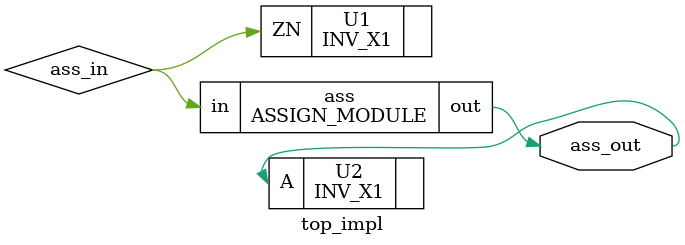
<source format=v>
module top (ass_out);
 output ass_out;


 INV_X1 U2 (.A(ass_out));
 top_impl impl (.ass_out(ass_out));
endmodule
module ASSIGN_MODULE (in,
    out);
 input in;
 output out;


 assign out = in;
endmodule
module top_impl (ass_out);
 output ass_out;

 wire ass_in;

 INV_X1 U1 (.ZN(ass_in));
 INV_X1 U2 (.A(ass_out));
 ASSIGN_MODULE ass (.in(ass_in),
    .out(ass_out));
endmodule

</source>
